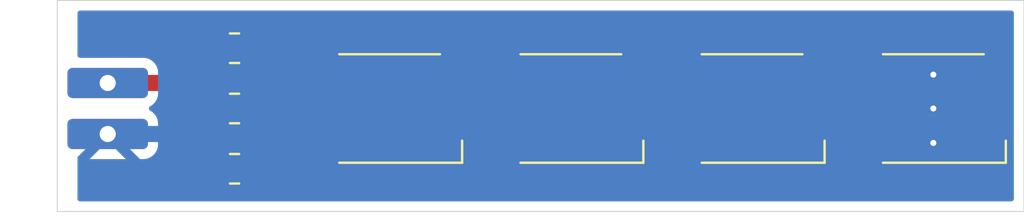
<source format=kicad_pcb>
(kicad_pcb (version 20240108) (generator "pcbnew") (generator_version "8.0")
  (layers (0 "F.Cu" signal) (31 "B.Cu" signal) (34 "B.Paste" user) (35 "F.Paste" user) (36 "B.SilkS" user "B.Silkscreen") (37 "F.SilkS" user "F.Silkscreen") (38 "B.Mask" user) (39 "F.Mask" user) (44 "Edge.Cuts" user))
  (net 0 "")
  (net 1 "Net-(D1-RK)")
  (net 2 "Net-(D1-RA)")
  (net 3 "Net-(D1-BK)")
  (net 4 "Net-(D1-GA)")
  (net 5 "Net-(D1-BA)")
  (net 6 "Net-(D1-GK)")
  (net 7 "Net-(D2-RK)")
  (net 8 "Net-(D2-GK)")
  (net 9 "Net-(D2-BK)")
  (net 10 "/GND")
  (net 11 "/9V")
  (net 12 "Net-(D3-RK)")
  (net 13 "Net-(D3-BK)")
  (net 14 "Net-(D3-GK)")
  (footprint "Resistor_SMD:R_0805_2012Metric_Pad1.20x1.40mm_HandSolder" (layer "F.Cu") (at 58.8 58.375)
    (property "Reference" "R3" (hide yes))
    (property "Value" "30")
    (fp_line (start -0.227064 -0.735) (end 0.227064 -0.735) (stroke (width 0.12)) (layer "F.SilkS"))
    (fp_line (start -0.227064 0.735) (end 0.227064 0.735) (stroke (width 0.12)) (layer "F.SilkS"))
    (pad "1" smd roundrect (at -1 0) (size 1.2 1.4) (layers "F.Cu" "F.Paste" "F.Mask") (roundrect_rratio 0.208333) (net 11 "/9V"))
    (pad "2" smd roundrect (at 1 0) (size 1.2 1.4) (layers "F.Cu" "F.Paste" "F.Mask") (roundrect_rratio 0.208333) (net 2 "Net-(D1-RA)"))
  )
  (footprint "misc:sip_edge_2_no_slot" (layer "F.Cu") (at 50.5 55.375 -90)
    (property "Reference" "J1" (hide yes))
    (property "Value" "Conn_01x02")
    (pad "1" thru_hole roundrect (at -1.27 -2 270) (size 1.5 4) (drill 0.8) (layers "*.Cu" "*.Mask") (roundrect_rratio 0.1666666667) (net 11 "/9V"))
    (pad "2" thru_hole roundrect (at 1.27 -2 270) (size 1.5 4) (drill 0.8) (layers "*.Cu" "*.Mask") (roundrect_rratio 0.1666666667) (net 10 "/GND"))
  )
  (footprint "LED_SMD:LED_RGB_5050-6" (layer "F.Cu") (at 66.5 55.375 180)
    (property "Reference" "D1" (hide yes))
    (property "Value" "RED")
    (fp_line (start 2.5 2.7) (end -2.5 2.7) (stroke (width 0.12)) (layer "F.SilkS"))
    (fp_line (start -3.6 -1.6) (end -3.6 -2.7) (stroke (width 0.12)) (layer "F.SilkS"))
    (fp_line (start -3.6 -2.7) (end 2.5 -2.7) (stroke (width 0.12)) (layer "F.SilkS"))
    (pad "1" smd rect (at -2.4 -1.7 270) (size 1.1 2) (layers "F.Cu" "F.Paste" "F.Mask") (net 1 "Net-(D1-RK)"))
    (pad "2" smd rect (at -2.4 0 270) (size 1.1 2) (layers "F.Cu" "F.Paste" "F.Mask") (net 6 "Net-(D1-GK)"))
    (pad "3" smd rect (at -2.4 1.7 270) (size 1.1 2) (layers "F.Cu" "F.Paste" "F.Mask") (net 3 "Net-(D1-BK)"))
    (pad "4" smd rect (at 2.4 1.7 270) (size 1.1 2) (layers "F.Cu" "F.Paste" "F.Mask") (net 5 "Net-(D1-BA)"))
    (pad "5" smd rect (at 2.4 0 270) (size 1.1 2) (layers "F.Cu" "F.Paste" "F.Mask") (net 4 "Net-(D1-GA)"))
    (pad "6" smd rect (at 2.4 -1.7 270) (size 1.1 2) (layers "F.Cu" "F.Paste" "F.Mask") (net 2 "Net-(D1-RA)"))
  )
  (footprint "Resistor_SMD:R_0805_2012Metric_Pad1.20x1.40mm_HandSolder" (layer "F.Cu") (at 58.8 55.375)
    (property "Reference" "R2" (hide yes))
    (property "Value" "30")
    (fp_line (start -0.227064 -0.735) (end 0.227064 -0.735) (stroke (width 0.12)) (layer "F.SilkS"))
    (fp_line (start -0.227064 0.735) (end 0.227064 0.735) (stroke (width 0.12)) (layer "F.SilkS"))
    (pad "1" smd roundrect (at -1 0) (size 1.2 1.4) (layers "F.Cu" "F.Paste" "F.Mask") (roundrect_rratio 0.208333) (net 11 "/9V"))
    (pad "2" smd roundrect (at 1 0) (size 1.2 1.4) (layers "F.Cu" "F.Paste" "F.Mask") (roundrect_rratio 0.208333) (net 4 "Net-(D1-GA)"))
  )
  (footprint "LED_SMD:LED_RGB_5050-6" (layer "F.Cu") (at 84.5 55.375 180)
    (property "Reference" "D3" (hide yes))
    (property "Value" "RED")
    (fp_line (start 2.5 2.7) (end -2.5 2.7) (stroke (width 0.12)) (layer "F.SilkS"))
    (fp_line (start -3.6 -1.6) (end -3.6 -2.7) (stroke (width 0.12)) (layer "F.SilkS"))
    (fp_line (start -3.6 -2.7) (end 2.5 -2.7) (stroke (width 0.12)) (layer "F.SilkS"))
    (pad "1" smd rect (at -2.4 -1.7 270) (size 1.1 2) (layers "F.Cu" "F.Paste" "F.Mask") (net 12 "Net-(D3-RK)"))
    (pad "2" smd rect (at -2.4 0 270) (size 1.1 2) (layers "F.Cu" "F.Paste" "F.Mask") (net 14 "Net-(D3-GK)"))
    (pad "3" smd rect (at -2.4 1.7 270) (size 1.1 2) (layers "F.Cu" "F.Paste" "F.Mask") (net 13 "Net-(D3-BK)"))
    (pad "4" smd rect (at 2.4 1.7 270) (size 1.1 2) (layers "F.Cu" "F.Paste" "F.Mask") (net 9 "Net-(D2-BK)"))
    (pad "5" smd rect (at 2.4 0 270) (size 1.1 2) (layers "F.Cu" "F.Paste" "F.Mask") (net 8 "Net-(D2-GK)"))
    (pad "6" smd rect (at 2.4 -1.7 270) (size 1.1 2) (layers "F.Cu" "F.Paste" "F.Mask") (net 7 "Net-(D2-RK)"))
  )
  (footprint "LED_SMD:LED_RGB_5050-6" (layer "F.Cu") (at 75.5 55.375 180)
    (property "Reference" "D2" (hide yes))
    (property "Value" "RED")
    (fp_line (start 2.5 2.7) (end -2.5 2.7) (stroke (width 0.12)) (layer "F.SilkS"))
    (fp_line (start -3.6 -1.6) (end -3.6 -2.7) (stroke (width 0.12)) (layer "F.SilkS"))
    (fp_line (start -3.6 -2.7) (end 2.5 -2.7) (stroke (width 0.12)) (layer "F.SilkS"))
    (pad "1" smd rect (at -2.4 -1.7 270) (size 1.1 2) (layers "F.Cu" "F.Paste" "F.Mask") (net 7 "Net-(D2-RK)"))
    (pad "2" smd rect (at -2.4 0 270) (size 1.1 2) (layers "F.Cu" "F.Paste" "F.Mask") (net 8 "Net-(D2-GK)"))
    (pad "3" smd rect (at -2.4 1.7 270) (size 1.1 2) (layers "F.Cu" "F.Paste" "F.Mask") (net 9 "Net-(D2-BK)"))
    (pad "4" smd rect (at 2.4 1.7 270) (size 1.1 2) (layers "F.Cu" "F.Paste" "F.Mask") (net 3 "Net-(D1-BK)"))
    (pad "5" smd rect (at 2.4 0 270) (size 1.1 2) (layers "F.Cu" "F.Paste" "F.Mask") (net 6 "Net-(D1-GK)"))
    (pad "6" smd rect (at 2.4 -1.7 270) (size 1.1 2) (layers "F.Cu" "F.Paste" "F.Mask") (net 1 "Net-(D1-RK)"))
  )
  (footprint "Resistor_SMD:R_0805_2012Metric_Pad1.20x1.40mm_HandSolder" (layer "F.Cu") (at 58.8 52.375)
    (property "Reference" "R1" (hide yes))
    (property "Value" "30")
    (fp_line (start -0.227064 -0.735) (end 0.227064 -0.735) (stroke (width 0.12)) (layer "F.SilkS"))
    (fp_line (start -0.227064 0.735) (end 0.227064 0.735) (stroke (width 0.12)) (layer "F.SilkS"))
    (pad "1" smd roundrect (at -1 0) (size 1.2 1.4) (layers "F.Cu" "F.Paste" "F.Mask") (roundrect_rratio 0.208333) (net 11 "/9V"))
    (pad "2" smd roundrect (at 1 0) (size 1.2 1.4) (layers "F.Cu" "F.Paste" "F.Mask") (roundrect_rratio 0.208333) (net 5 "Net-(D1-BA)"))
  )
  (footprint "LED_SMD:LED_RGB_5050-6" (layer "F.Cu") (at 93.5 55.375 180)
    (property "Reference" "D4" (hide yes))
    (property "Value" "RED")
    (fp_line (start 2.5 2.7) (end -2.5 2.7) (stroke (width 0.12)) (layer "F.SilkS"))
    (fp_line (start -3.6 -1.6) (end -3.6 -2.7) (stroke (width 0.12)) (layer "F.SilkS"))
    (fp_line (start -3.6 -2.7) (end 2.5 -2.7) (stroke (width 0.12)) (layer "F.SilkS"))
    (pad "1" smd rect (at -2.4 -1.7 270) (size 1.1 2) (layers "F.Cu" "F.Paste" "F.Mask") (net 10 "/GND"))
    (pad "2" smd rect (at -2.4 0 270) (size 1.1 2) (layers "F.Cu" "F.Paste" "F.Mask") (net 10 "/GND"))
    (pad "3" smd rect (at -2.4 1.7 270) (size 1.1 2) (layers "F.Cu" "F.Paste" "F.Mask") (net 10 "/GND"))
    (pad "4" smd rect (at 2.4 1.7 270) (size 1.1 2) (layers "F.Cu" "F.Paste" "F.Mask") (net 13 "Net-(D3-BK)"))
    (pad "5" smd rect (at 2.4 0 270) (size 1.1 2) (layers "F.Cu" "F.Paste" "F.Mask") (net 14 "Net-(D3-GK)"))
    (pad "6" smd rect (at 2.4 -1.7 270) (size 1.1 2) (layers "F.Cu" "F.Paste" "F.Mask") (net 12 "Net-(D3-RK)"))
  )
  (gr_line (start 98 50) (end 98 60.5) (stroke (width 0.05)) (layer "Edge.Cuts"))
  (gr_line (start 50 60.5) (end 50 50) (stroke (width 0.05)) (layer "Edge.Cuts"))
  (gr_line (start 98 50) (end 50 50) (stroke (width 0.05)) (layer "Edge.Cuts"))
  (gr_line (start 50 60.5) (end 98 60.5) (stroke (width 0.05)) (layer "Edge.Cuts"))
  (segment (start 73.1 57.075) (end 68.9 57.075) (width 0.8) (layer "F.Cu") (net 1))
  (segment (start 59.8 58.375) (end 62.8 58.375) (width 0.8) (layer "F.Cu") (net 2))
  (segment (start 62.8 58.375) (end 64.1 57.075) (width 0.8) (layer "F.Cu") (net 2))
  (segment (start 68.9 53.675) (end 73.1 53.675) (width 0.8) (layer "F.Cu") (net 3))
  (segment (start 59.8 55.375) (end 64.1 55.375) (width 0.8) (layer "F.Cu") (net 4))
  (segment (start 59.8 52.375) (end 62.8 52.375) (width 0.8) (layer "F.Cu") (net 5))
  (segment (start 62.8 52.375) (end 64.1 53.675) (width 0.8) (layer "F.Cu") (net 5))
  (segment (start 68.9 55.375) (end 73.1 55.375) (width 0.8) (layer "F.Cu") (net 6))
  (segment (start 82.1 57.075) (end 77.9 57.075) (width 0.8) (layer "F.Cu") (net 7))
  (segment (start 77.9 55.375) (end 82.1 55.375) (width 0.8) (layer "F.Cu") (net 8))
  (segment (start 82.1 53.675) (end 77.9 53.675) (width 0.8) (layer "F.Cu") (net 9))
  (segment (start 95.9 55.375) (end 93.5 55.375) (width 0.8) (layer "F.Cu") (net 10))
  (segment (start 95.91 57.09) (end 93.515 57.09) (width 0.8) (layer "F.Cu") (net 10))
  (segment (start 95.88 53.69) (end 93.48 53.695) (width 0.8) (layer "F.Cu") (net 10))
  (segment (start 95.9 55.375) (end 95.9 57.075) (width 0.8) (layer "F.Cu") (net 10))
  (segment (start 95.9 53.675) (end 95.9 55.375) (width 0.8) (layer "F.Cu") (net 10))
  (segment (start 93.515 57.09) (end 93.51 57.095) (width 0.8) (layer "F.Cu") (net 10))
  (via (at 93.5 53.69) (size 0.6) (drill 0.3) (layers "F.Cu" "B.Cu") (net 10))
  (via (at 93.5 55.375) (size 0.6) (drill 0.3) (layers "F.Cu" "B.Cu") (net 10))
  (via (at 93.5 57.09) (size 0.6) (drill 0.3) (layers "F.Cu" "B.Cu") (net 10))
  (segment (start 93.5 57.08) (end 93.51 57.09) (width 0.2) (layer "B.Cu") (net 10))
  (segment (start 93.51 57.09) (end 93.51 55.3875) (width 0.2) (layer "B.Cu") (net 10))
  (segment (start 93.49 55.3675) (end 93.49 53.7) (width 0.2) (layer "B.Cu") (net 10))
  (segment (start 92.23 56.645) (end 52.5 56.645) (width 0.8) (layer "B.Cu") (net 10))
  (segment (start 92.23 56.645) (end 93.5 55.375) (width 0.8) (layer "B.Cu") (net 10))
  (segment (start 57.8 55.375) (end 57.8 58.375) (width 0.8) (layer "F.Cu") (net 11))
  (segment (start 52.5 54.105) (end 56.53 54.105) (width 0.8) (layer "F.Cu") (net 11))
  (segment (start 56.53 54.105) (end 57.8 55.375) (width 0.8) (layer "F.Cu") (net 11))
  (segment (start 57.8 55.375) (end 57.8 52.375) (width 0.8) (layer "F.Cu") (net 11))
  (segment (start 91.1 57.075) (end 86.9 57.075) (width 0.8) (layer "F.Cu") (net 12))
  (segment (start 91.1 53.675) (end 86.9 53.675) (width 0.8) (layer "F.Cu") (net 13))
  (segment (start 86.9 55.375) (end 91.1 55.375) (width 0.8) (layer "F.Cu") (net 14))
  (zone (net 10) (net_name "/GND") (layer "B.Cu") (priority 2) (connect_pads (clearance 0.5)) (min_thickness 0.25) (fill yes (thermal_gap 0.5) (thermal_bridge_width 0.5))
    (polygon (pts (xy 97.5 60) (xy 51 60) (xy 51 50.5) (xy 97.5 50.5)))
  )
)
</source>
